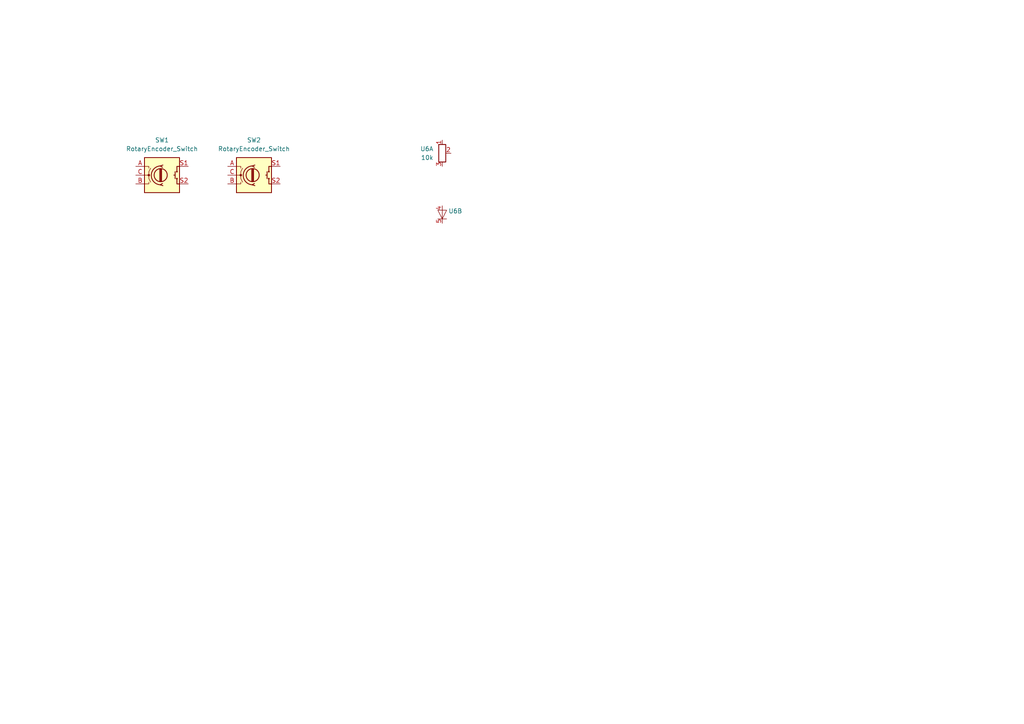
<source format=kicad_sch>
(kicad_sch (version 20231120) (generator "eeschema") (generator_version "8.0")
  (paper "A4")
  (lib_symbols
    (symbol "Bourns-Fader:PTL30-15R1-103B2_"
      (property "Reference" "U" (at -2.54 4.826 0))
      (property "Value" "PTL30-15R1-103B2" (at -14.224 10.922 0))
      (symbol "PTL30-15R1-103B2__1_1"
        (rectangle (start -1.27 2.54) (end 1.27 -2.54))
        (pin bidirectional line (at 0 3.81 270) (length 1.27) (name "1") (number "1"))
        (pin bidirectional line (at 2.54 0 180) (length 1.27) (name "2") (number "2"))
        (pin bidirectional line (at 0 -3.81 90) (length 1.27) (name "3") (number "3"))
        (pin output line (at -2.54 0 0) (length 1.27) hide (name "B") (number "6"))
      )
      (symbol "PTL30-15R1-103B2__2_1"
        (polyline (pts (xy -1.27 -1.27) (xy 1.27 -1.27)))
        (polyline (pts (xy 0 1.27) (xy 0 -1.27)))
        (polyline (pts (xy 0 -1.27) (xy -1.27 1.27) (xy 1.27 1.27) (xy 0 -1.27)))
        (pin input line (at 0 2.54 270) (length 1.27) (name "A") (number "4"))
        (pin output line (at 0 -2.54 90) (length 1.27) (name "K") (number "5"))
      )
    )
    (symbol "Device:RotaryEncoder_Switch" (pin_names (offset 0.254) hide)
      (property "Reference" "SW" (at 0 6.604 0))
      (property "Value" "RotaryEncoder_Switch" (at 0 -6.604 0))
      (symbol "RotaryEncoder_Switch_0_1"
        (rectangle (start -5.08 5.08) (end 5.08 -5.08) (stroke (width 0.254)) (fill (type background)))
        (circle (center -3.81 0) (radius 0.254) (fill (type outline)))
        (circle (center -0.381 0) (radius 1.905) (stroke (width 0.254)))
        (arc (start -0.381 2.667) (mid -3.0988 -0.0635) (end -0.381 -2.794) (stroke (width 0.254)))
        (polyline (pts (xy -0.635 -1.778) (xy -0.635 1.778)) (stroke (width 0.254)))
        (polyline (pts (xy -0.381 -1.778) (xy -0.381 1.778)) (stroke (width 0.254)))
        (polyline (pts (xy -0.127 1.778) (xy -0.127 -1.778)) (stroke (width 0.254)))
        (polyline (pts (xy 3.81 0) (xy 3.429 0)) (stroke (width 0.254)))
        (polyline (pts (xy 3.81 1.016) (xy 3.81 -1.016)) (stroke (width 0.254)))
        (polyline (pts (xy -5.08 -2.54) (xy -3.81 -2.54) (xy -3.81 -2.032)))
        (polyline (pts (xy -5.08 2.54) (xy -3.81 2.54) (xy -3.81 2.032)))
        (polyline (pts (xy 0.254 -3.048) (xy -0.508 -2.794) (xy 0.127 -2.413)) (stroke (width 0.254)))
        (polyline (pts (xy 0.254 2.921) (xy -0.508 2.667) (xy 0.127 2.286)) (stroke (width 0.254)))
        (polyline (pts (xy 5.08 -2.54) (xy 4.318 -2.54) (xy 4.318 -1.016)) (stroke (width 0.254)))
        (polyline (pts (xy 5.08 2.54) (xy 4.318 2.54) (xy 4.318 1.016)) (stroke (width 0.254)))
        (polyline (pts (xy -5.08 0) (xy -3.81 0) (xy -3.81 -1.016) (xy -3.302 -2.032)))
        (polyline (pts (xy -4.318 0) (xy -3.81 0) (xy -3.81 1.016) (xy -3.302 2.032)))
        (circle (center 4.318 -1.016) (radius 0.127) (stroke (width 0.254)))
        (circle (center 4.318 1.016) (radius 0.127) (stroke (width 0.254)))
      )
      (symbol "RotaryEncoder_Switch_1_1"
        (pin passive line (at -7.62 2.54 0) (length 2.54) (name "A") (number "A"))
        (pin passive line (at -7.62 -2.54 0) (length 2.54) (name "B") (number "B"))
        (pin passive line (at -7.62 0 0) (length 2.54) (name "C") (number "C"))
        (pin passive line (at 7.62 2.54 180) (length 2.54) (name "S1") (number "S1"))
        (pin passive line (at 7.62 -2.54 180) (length 2.54) (name "S2") (number "S2"))
      )
    )
    (symbol "PTL30-15R1-103B2__1"
      (property "Reference" "U" (at -2.54 4.826 0))
      (property "Value" "PTL30-15R1-103B2" (at -14.224 10.922 0))
      (symbol "PTL30-15R1-103B2__1_1_1"
        (rectangle (start -1.016 2.54) (end 1.016 -2.54) (stroke (width 0.254)))
        (pin bidirectional line (at 0 3.81 270) (length 1.27) (name "1") (number "1"))
        (pin bidirectional line (at 2.54 0 180) (length 1.524) (name "2") (number "2"))
        (pin bidirectional line (at 0 -3.81 90) (length 1.27) (name "3") (number "3"))
        (pin output line (at -2.54 0 0) (length 1.524) hide (name "B") (number "6"))
      )
      (symbol "PTL30-15R1-103B2__1_2_1"
        (polyline (pts (xy -1.27 -1.27) (xy 1.27 -1.27)))
        (polyline (pts (xy 0 1.27) (xy 0 -1.27)))
        (polyline (pts (xy 0 -1.27) (xy -1.27 1.27) (xy 1.27 1.27) (xy 0 -1.27)))
        (pin input line (at 0 2.54 270) (length 1.27) (name "A") (number "4"))
        (pin output line (at 0 -2.54 90) (length 1.27) (name "K") (number "5"))
      )
    )
  )
  (symbol (lib_id "Device:RotaryEncoder_Switch") (at 73.66 50.8 0) (unit 1)
    (property "Reference" "SW2" (at 73.66 40.64 0))
    (property "Value" "RotaryEncoder_Switch" (at 73.66 43.18 0))
    (property "Description" "Rotary encoder, dual channel, incremental quadrate outputs, with switch" (effects (hide yes)))
  )
  (symbol (lib_name "PTL30-15R1-103B2__1") (lib_id "Bourns-Fader:PTL30-15R1-103B2_") (at 128.27 44.45 0) (unit 1)
    (property "Reference" "U6" (at 125.73 43.1799 0) (effects (justify right)))
    (property "Value" "10k" (at 125.73 45.7199 0) (effects (justify right)))
    (property "Footprint" "Bourns Fader:PTL30-15R1-103B2" (effects (hide yes)))
    (property "Datasheet" "https://www.bourns.com/docs/Product-Datasheets/PTL.pdf" (effects (hide yes)))
  )
  (symbol (lib_id "Device:RotaryEncoder_Switch") (at 46.99 50.8 0) (unit 1)
    (property "Reference" "SW1" (at 46.99 40.64 0))
    (property "Value" "RotaryEncoder_Switch" (at 46.99 43.18 0))
    (property "Description" "Rotary encoder, dual channel, incremental quadrate outputs, with switch" (effects (hide yes)))
  )
  (symbol (lib_id "Bourns-Fader:PTL30-15R1-103B2_") (at 128.27 62.23 0) (unit 2)
    (property "Reference" "U6" (at 130.048 61.214 0) (effects (justify left)))
    (property "Value" "10k" (effects (hide yes)))
    (property "Footprint" "Bourns Fader:PTL30-15R1-103B2" (effects (hide yes)))
    (property "Datasheet" "https://www.bourns.com/docs/Product-Datasheets/PTL.pdf" (effects (hide yes)))
  )
)
</source>
